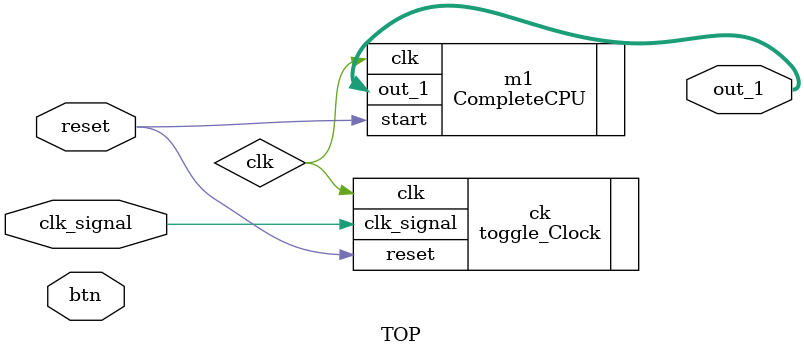
<source format=v>
`timescale 1ns / 1ps

module TOP(
    input reset, 
    input clk_signal,  // 50 MHz input clock
    input btn,
    output [3:0] out_1
);
    wire clk;
   // assign clk1 = clk;

    // Instantiate clock divider
    toggle_Clock ck(.reset(reset),.clk_signal(clk_signal), .clk(clk));

    // Instantiate main module with toggled clock
    CompleteCPU m1(.clk(clk) ,.start(reset),.out_1(out_1));
endmodule
</source>
